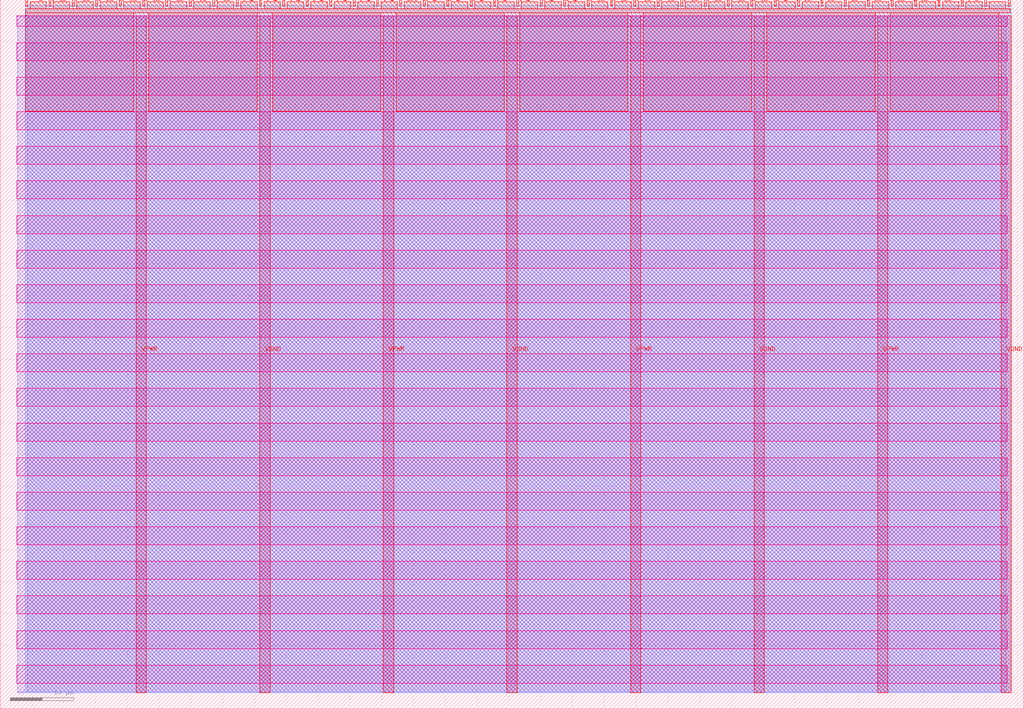
<source format=lef>
VERSION 5.7 ;
  NOWIREEXTENSIONATPIN ON ;
  DIVIDERCHAR "/" ;
  BUSBITCHARS "[]" ;
MACRO tt_um_wuehr1999_servotester
  CLASS BLOCK ;
  FOREIGN tt_um_wuehr1999_servotester ;
  ORIGIN 0.000 0.000 ;
  SIZE 161.000 BY 111.520 ;
  PIN VGND
    DIRECTION INOUT ;
    USE GROUND ;
    PORT
      LAYER met4 ;
        RECT 40.830 2.480 42.430 109.040 ;
    END
    PORT
      LAYER met4 ;
        RECT 79.700 2.480 81.300 109.040 ;
    END
    PORT
      LAYER met4 ;
        RECT 118.570 2.480 120.170 109.040 ;
    END
    PORT
      LAYER met4 ;
        RECT 157.440 2.480 159.040 109.040 ;
    END
  END VGND
  PIN VPWR
    DIRECTION INOUT ;
    USE POWER ;
    PORT
      LAYER met4 ;
        RECT 21.395 2.480 22.995 109.040 ;
    END
    PORT
      LAYER met4 ;
        RECT 60.265 2.480 61.865 109.040 ;
    END
    PORT
      LAYER met4 ;
        RECT 99.135 2.480 100.735 109.040 ;
    END
    PORT
      LAYER met4 ;
        RECT 138.005 2.480 139.605 109.040 ;
    END
  END VPWR
  PIN clk
    DIRECTION INPUT ;
    USE SIGNAL ;
    ANTENNAGATEAREA 0.852000 ;
    PORT
      LAYER met4 ;
        RECT 154.870 110.520 155.170 111.520 ;
    END
  END clk
  PIN ena
    DIRECTION INPUT ;
    USE SIGNAL ;
    ANTENNAGATEAREA 0.159000 ;
    PORT
      LAYER met4 ;
        RECT 158.550 110.520 158.850 111.520 ;
    END
  END ena
  PIN rst_n
    DIRECTION INPUT ;
    USE SIGNAL ;
    ANTENNAGATEAREA 0.196500 ;
    PORT
      LAYER met4 ;
        RECT 151.190 110.520 151.490 111.520 ;
    END
  END rst_n
  PIN ui_in[0]
    DIRECTION INPUT ;
    USE SIGNAL ;
    ANTENNAGATEAREA 0.196500 ;
    PORT
      LAYER met4 ;
        RECT 147.510 110.520 147.810 111.520 ;
    END
  END ui_in[0]
  PIN ui_in[1]
    DIRECTION INPUT ;
    USE SIGNAL ;
    ANTENNAGATEAREA 0.196500 ;
    PORT
      LAYER met4 ;
        RECT 143.830 110.520 144.130 111.520 ;
    END
  END ui_in[1]
  PIN ui_in[2]
    DIRECTION INPUT ;
    USE SIGNAL ;
    ANTENNAGATEAREA 0.196500 ;
    PORT
      LAYER met4 ;
        RECT 140.150 110.520 140.450 111.520 ;
    END
  END ui_in[2]
  PIN ui_in[3]
    DIRECTION INPUT ;
    USE SIGNAL ;
    ANTENNAGATEAREA 0.196500 ;
    PORT
      LAYER met4 ;
        RECT 136.470 110.520 136.770 111.520 ;
    END
  END ui_in[3]
  PIN ui_in[4]
    DIRECTION INPUT ;
    USE SIGNAL ;
    ANTENNAGATEAREA 0.196500 ;
    PORT
      LAYER met4 ;
        RECT 132.790 110.520 133.090 111.520 ;
    END
  END ui_in[4]
  PIN ui_in[5]
    DIRECTION INPUT ;
    USE SIGNAL ;
    ANTENNAGATEAREA 0.196500 ;
    PORT
      LAYER met4 ;
        RECT 129.110 110.520 129.410 111.520 ;
    END
  END ui_in[5]
  PIN ui_in[6]
    DIRECTION INPUT ;
    USE SIGNAL ;
    ANTENNAGATEAREA 0.196500 ;
    PORT
      LAYER met4 ;
        RECT 125.430 110.520 125.730 111.520 ;
    END
  END ui_in[6]
  PIN ui_in[7]
    DIRECTION INPUT ;
    USE SIGNAL ;
    ANTENNAGATEAREA 0.196500 ;
    PORT
      LAYER met4 ;
        RECT 121.750 110.520 122.050 111.520 ;
    END
  END ui_in[7]
  PIN uio_in[0]
    DIRECTION INPUT ;
    USE SIGNAL ;
    PORT
      LAYER met4 ;
        RECT 118.070 110.520 118.370 111.520 ;
    END
  END uio_in[0]
  PIN uio_in[1]
    DIRECTION INPUT ;
    USE SIGNAL ;
    PORT
      LAYER met4 ;
        RECT 114.390 110.520 114.690 111.520 ;
    END
  END uio_in[1]
  PIN uio_in[2]
    DIRECTION INPUT ;
    USE SIGNAL ;
    PORT
      LAYER met4 ;
        RECT 110.710 110.520 111.010 111.520 ;
    END
  END uio_in[2]
  PIN uio_in[3]
    DIRECTION INPUT ;
    USE SIGNAL ;
    PORT
      LAYER met4 ;
        RECT 107.030 110.520 107.330 111.520 ;
    END
  END uio_in[3]
  PIN uio_in[4]
    DIRECTION INPUT ;
    USE SIGNAL ;
    PORT
      LAYER met4 ;
        RECT 103.350 110.520 103.650 111.520 ;
    END
  END uio_in[4]
  PIN uio_in[5]
    DIRECTION INPUT ;
    USE SIGNAL ;
    PORT
      LAYER met4 ;
        RECT 99.670 110.520 99.970 111.520 ;
    END
  END uio_in[5]
  PIN uio_in[6]
    DIRECTION INPUT ;
    USE SIGNAL ;
    PORT
      LAYER met4 ;
        RECT 95.990 110.520 96.290 111.520 ;
    END
  END uio_in[6]
  PIN uio_in[7]
    DIRECTION INPUT ;
    USE SIGNAL ;
    PORT
      LAYER met4 ;
        RECT 92.310 110.520 92.610 111.520 ;
    END
  END uio_in[7]
  PIN uio_oe[0]
    DIRECTION OUTPUT TRISTATE ;
    USE SIGNAL ;
    PORT
      LAYER met4 ;
        RECT 29.750 110.520 30.050 111.520 ;
    END
  END uio_oe[0]
  PIN uio_oe[1]
    DIRECTION OUTPUT TRISTATE ;
    USE SIGNAL ;
    PORT
      LAYER met4 ;
        RECT 26.070 110.520 26.370 111.520 ;
    END
  END uio_oe[1]
  PIN uio_oe[2]
    DIRECTION OUTPUT TRISTATE ;
    USE SIGNAL ;
    PORT
      LAYER met4 ;
        RECT 22.390 110.520 22.690 111.520 ;
    END
  END uio_oe[2]
  PIN uio_oe[3]
    DIRECTION OUTPUT TRISTATE ;
    USE SIGNAL ;
    PORT
      LAYER met4 ;
        RECT 18.710 110.520 19.010 111.520 ;
    END
  END uio_oe[3]
  PIN uio_oe[4]
    DIRECTION OUTPUT TRISTATE ;
    USE SIGNAL ;
    PORT
      LAYER met4 ;
        RECT 15.030 110.520 15.330 111.520 ;
    END
  END uio_oe[4]
  PIN uio_oe[5]
    DIRECTION OUTPUT TRISTATE ;
    USE SIGNAL ;
    PORT
      LAYER met4 ;
        RECT 11.350 110.520 11.650 111.520 ;
    END
  END uio_oe[5]
  PIN uio_oe[6]
    DIRECTION OUTPUT TRISTATE ;
    USE SIGNAL ;
    PORT
      LAYER met4 ;
        RECT 7.670 110.520 7.970 111.520 ;
    END
  END uio_oe[6]
  PIN uio_oe[7]
    DIRECTION OUTPUT TRISTATE ;
    USE SIGNAL ;
    PORT
      LAYER met4 ;
        RECT 3.990 110.520 4.290 111.520 ;
    END
  END uio_oe[7]
  PIN uio_out[0]
    DIRECTION OUTPUT TRISTATE ;
    USE SIGNAL ;
    PORT
      LAYER met4 ;
        RECT 59.190 110.520 59.490 111.520 ;
    END
  END uio_out[0]
  PIN uio_out[1]
    DIRECTION OUTPUT TRISTATE ;
    USE SIGNAL ;
    PORT
      LAYER met4 ;
        RECT 55.510 110.520 55.810 111.520 ;
    END
  END uio_out[1]
  PIN uio_out[2]
    DIRECTION OUTPUT TRISTATE ;
    USE SIGNAL ;
    PORT
      LAYER met4 ;
        RECT 51.830 110.520 52.130 111.520 ;
    END
  END uio_out[2]
  PIN uio_out[3]
    DIRECTION OUTPUT TRISTATE ;
    USE SIGNAL ;
    PORT
      LAYER met4 ;
        RECT 48.150 110.520 48.450 111.520 ;
    END
  END uio_out[3]
  PIN uio_out[4]
    DIRECTION OUTPUT TRISTATE ;
    USE SIGNAL ;
    PORT
      LAYER met4 ;
        RECT 44.470 110.520 44.770 111.520 ;
    END
  END uio_out[4]
  PIN uio_out[5]
    DIRECTION OUTPUT TRISTATE ;
    USE SIGNAL ;
    PORT
      LAYER met4 ;
        RECT 40.790 110.520 41.090 111.520 ;
    END
  END uio_out[5]
  PIN uio_out[6]
    DIRECTION OUTPUT TRISTATE ;
    USE SIGNAL ;
    PORT
      LAYER met4 ;
        RECT 37.110 110.520 37.410 111.520 ;
    END
  END uio_out[6]
  PIN uio_out[7]
    DIRECTION OUTPUT TRISTATE ;
    USE SIGNAL ;
    ANTENNADIFFAREA 0.891000 ;
    PORT
      LAYER met4 ;
        RECT 33.430 110.520 33.730 111.520 ;
    END
  END uio_out[7]
  PIN uo_out[0]
    DIRECTION OUTPUT TRISTATE ;
    USE SIGNAL ;
    PORT
      LAYER met4 ;
        RECT 88.630 110.520 88.930 111.520 ;
    END
  END uo_out[0]
  PIN uo_out[1]
    DIRECTION OUTPUT TRISTATE ;
    USE SIGNAL ;
    PORT
      LAYER met4 ;
        RECT 84.950 110.520 85.250 111.520 ;
    END
  END uo_out[1]
  PIN uo_out[2]
    DIRECTION OUTPUT TRISTATE ;
    USE SIGNAL ;
    PORT
      LAYER met4 ;
        RECT 81.270 110.520 81.570 111.520 ;
    END
  END uo_out[2]
  PIN uo_out[3]
    DIRECTION OUTPUT TRISTATE ;
    USE SIGNAL ;
    PORT
      LAYER met4 ;
        RECT 77.590 110.520 77.890 111.520 ;
    END
  END uo_out[3]
  PIN uo_out[4]
    DIRECTION OUTPUT TRISTATE ;
    USE SIGNAL ;
    PORT
      LAYER met4 ;
        RECT 73.910 110.520 74.210 111.520 ;
    END
  END uo_out[4]
  PIN uo_out[5]
    DIRECTION OUTPUT TRISTATE ;
    USE SIGNAL ;
    PORT
      LAYER met4 ;
        RECT 70.230 110.520 70.530 111.520 ;
    END
  END uo_out[5]
  PIN uo_out[6]
    DIRECTION OUTPUT TRISTATE ;
    USE SIGNAL ;
    PORT
      LAYER met4 ;
        RECT 66.550 110.520 66.850 111.520 ;
    END
  END uo_out[6]
  PIN uo_out[7]
    DIRECTION OUTPUT TRISTATE ;
    USE SIGNAL ;
    PORT
      LAYER met4 ;
        RECT 62.870 110.520 63.170 111.520 ;
    END
  END uo_out[7]
  OBS
      LAYER nwell ;
        RECT 2.570 107.385 158.430 108.990 ;
        RECT 2.570 101.945 158.430 104.775 ;
        RECT 2.570 96.505 158.430 99.335 ;
        RECT 2.570 91.065 158.430 93.895 ;
        RECT 2.570 85.625 158.430 88.455 ;
        RECT 2.570 80.185 158.430 83.015 ;
        RECT 2.570 74.745 158.430 77.575 ;
        RECT 2.570 69.305 158.430 72.135 ;
        RECT 2.570 63.865 158.430 66.695 ;
        RECT 2.570 58.425 158.430 61.255 ;
        RECT 2.570 52.985 158.430 55.815 ;
        RECT 2.570 47.545 158.430 50.375 ;
        RECT 2.570 42.105 158.430 44.935 ;
        RECT 2.570 36.665 158.430 39.495 ;
        RECT 2.570 31.225 158.430 34.055 ;
        RECT 2.570 25.785 158.430 28.615 ;
        RECT 2.570 20.345 158.430 23.175 ;
        RECT 2.570 14.905 158.430 17.735 ;
        RECT 2.570 9.465 158.430 12.295 ;
        RECT 2.570 4.025 158.430 6.855 ;
      LAYER li1 ;
        RECT 2.760 2.635 158.240 108.885 ;
      LAYER met1 ;
        RECT 2.760 2.480 159.040 109.040 ;
      LAYER met2 ;
        RECT 4.230 2.535 159.010 110.685 ;
      LAYER met3 ;
        RECT 3.950 2.555 159.030 110.665 ;
      LAYER met4 ;
        RECT 4.690 110.120 7.270 111.170 ;
        RECT 8.370 110.120 10.950 111.170 ;
        RECT 12.050 110.120 14.630 111.170 ;
        RECT 15.730 110.120 18.310 111.170 ;
        RECT 19.410 110.120 21.990 111.170 ;
        RECT 23.090 110.120 25.670 111.170 ;
        RECT 26.770 110.120 29.350 111.170 ;
        RECT 30.450 110.120 33.030 111.170 ;
        RECT 34.130 110.120 36.710 111.170 ;
        RECT 37.810 110.120 40.390 111.170 ;
        RECT 41.490 110.120 44.070 111.170 ;
        RECT 45.170 110.120 47.750 111.170 ;
        RECT 48.850 110.120 51.430 111.170 ;
        RECT 52.530 110.120 55.110 111.170 ;
        RECT 56.210 110.120 58.790 111.170 ;
        RECT 59.890 110.120 62.470 111.170 ;
        RECT 63.570 110.120 66.150 111.170 ;
        RECT 67.250 110.120 69.830 111.170 ;
        RECT 70.930 110.120 73.510 111.170 ;
        RECT 74.610 110.120 77.190 111.170 ;
        RECT 78.290 110.120 80.870 111.170 ;
        RECT 81.970 110.120 84.550 111.170 ;
        RECT 85.650 110.120 88.230 111.170 ;
        RECT 89.330 110.120 91.910 111.170 ;
        RECT 93.010 110.120 95.590 111.170 ;
        RECT 96.690 110.120 99.270 111.170 ;
        RECT 100.370 110.120 102.950 111.170 ;
        RECT 104.050 110.120 106.630 111.170 ;
        RECT 107.730 110.120 110.310 111.170 ;
        RECT 111.410 110.120 113.990 111.170 ;
        RECT 115.090 110.120 117.670 111.170 ;
        RECT 118.770 110.120 121.350 111.170 ;
        RECT 122.450 110.120 125.030 111.170 ;
        RECT 126.130 110.120 128.710 111.170 ;
        RECT 129.810 110.120 132.390 111.170 ;
        RECT 133.490 110.120 136.070 111.170 ;
        RECT 137.170 110.120 139.750 111.170 ;
        RECT 140.850 110.120 143.430 111.170 ;
        RECT 144.530 110.120 147.110 111.170 ;
        RECT 148.210 110.120 150.790 111.170 ;
        RECT 151.890 110.120 154.470 111.170 ;
        RECT 155.570 110.120 158.150 111.170 ;
        RECT 3.975 109.440 158.865 110.120 ;
        RECT 3.975 94.015 20.995 109.440 ;
        RECT 23.395 94.015 40.430 109.440 ;
        RECT 42.830 94.015 59.865 109.440 ;
        RECT 62.265 94.015 79.300 109.440 ;
        RECT 81.700 94.015 98.735 109.440 ;
        RECT 101.135 94.015 118.170 109.440 ;
        RECT 120.570 94.015 137.605 109.440 ;
        RECT 140.005 94.015 157.040 109.440 ;
  END
END tt_um_wuehr1999_servotester
END LIBRARY


</source>
